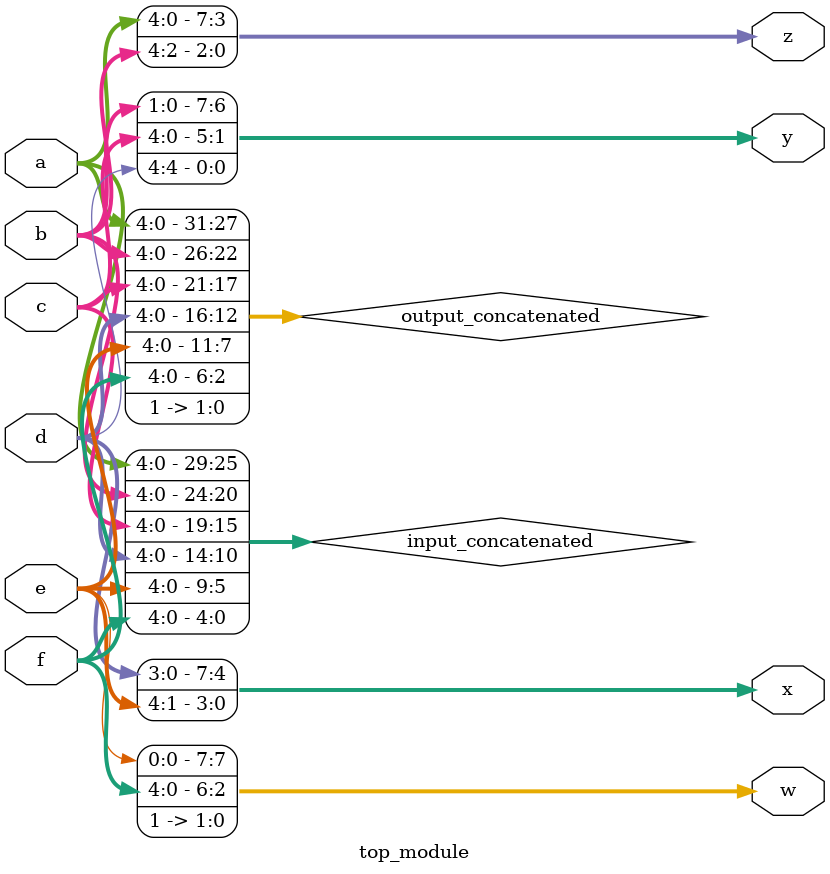
<source format=sv>
module top_module (
	input [4:0] a,
	input [4:0] b,
	input [4:0] c,
	input [4:0] d,
	input [4:0] e,
	input [4:0] f,
	output [7:0] w,
	output [7:0] x,
	output [7:0] y,
	output [7:0] z
);
	
	wire [29:0] input_concatenated;
	assign input_concatenated = {a, b, c, d, e, f}; 
	
	wire [31:0] output_concatenated;
	assign output_concatenated = {input_concatenated, 2'b11};
	
	assign w = output_concatenated[7:0];
	assign x = output_concatenated[15:8];
	assign y = output_concatenated[23:16];
	assign z = output_concatenated[31:24];
	
endmodule

</source>
